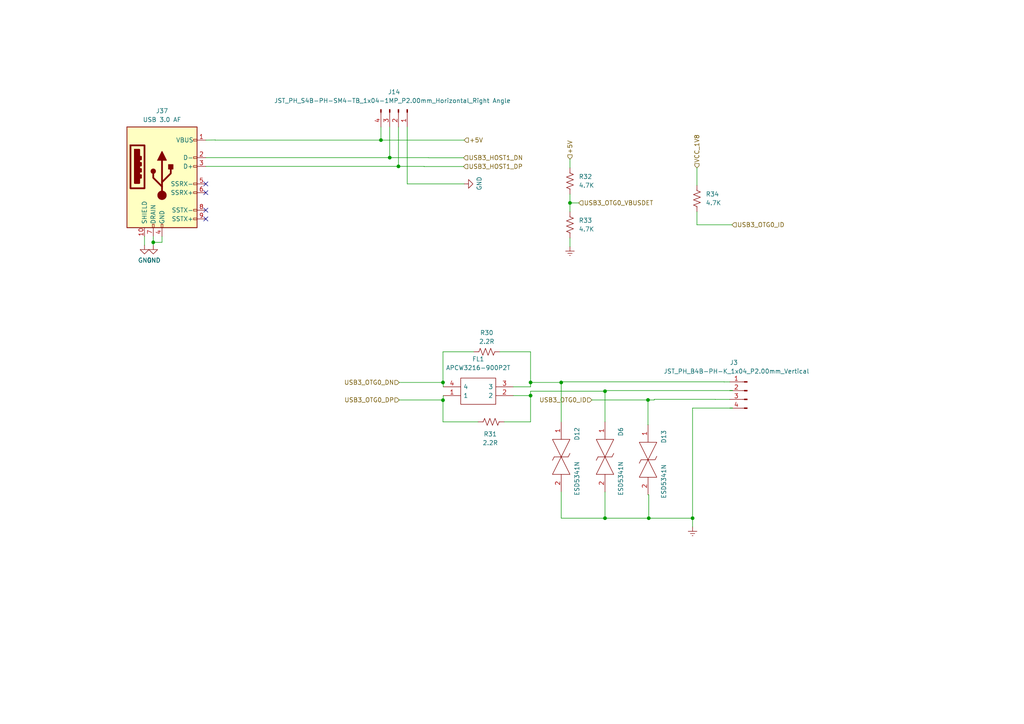
<source format=kicad_sch>
(kicad_sch (version 20231120) (generator "eeschema") (generator_version "8.0")
  (paper "A4")
  (lib_symbols
    (symbol "Connector:Conn_01x04_Pin" (pin_names (offset 1.016) hide)
      (property "Reference" "J" (at 0 5.08 0))
      (property "Value" "Conn_01x04_Pin" (at 0 -7.62 0))
      (symbol "Conn_01x04_Pin_1_1"
        (polyline (pts (xy 1.27 -5.08) (xy 0.8636 -5.08)) (stroke (width 0.1524)))
        (polyline (pts (xy 1.27 -2.54) (xy 0.8636 -2.54)) (stroke (width 0.1524)))
        (polyline (pts (xy 1.27 0) (xy 0.8636 0)) (stroke (width 0.1524)))
        (polyline (pts (xy 1.27 2.54) (xy 0.8636 2.54)) (stroke (width 0.1524)))
        (rectangle (start 0.8636 -4.953) (end 0 -5.207) (stroke (width 0.1524)) (fill (type outline)))
        (rectangle (start 0.8636 -2.413) (end 0 -2.667) (stroke (width 0.1524)) (fill (type outline)))
        (rectangle (start 0.8636 0.127) (end 0 -0.127) (stroke (width 0.1524)) (fill (type outline)))
        (rectangle (start 0.8636 2.667) (end 0 2.413) (stroke (width 0.1524)) (fill (type outline)))
        (pin passive line (at 5.08 2.54 180) (length 3.81) (name "Pin_1") (number "1"))
        (pin passive line (at 5.08 0 180) (length 3.81) (name "Pin_2") (number "2"))
        (pin passive line (at 5.08 -2.54 180) (length 3.81) (name "Pin_3") (number "3"))
        (pin passive line (at 5.08 -5.08 180) (length 3.81) (name "Pin_4") (number "4"))
      )
    )
    (symbol "Connector:USB3_A" (pin_names (offset 1.016))
      (property "Reference" "J" (at -10.16 15.24 0))
      (property "Value" "USB3_A" (at 10.16 15.24 0))
      (symbol "USB3_A_0_0"
        (rectangle (start -9.144 8.636) (end -5.08 -3.81) (stroke (width 0.508)))
        (rectangle (start -7.874 7.366) (end -6.604 -2.286) (stroke (width 0.508)) (fill (type outline)))
        (rectangle (start -6.35 0) (end -6.096 -0.762) (stroke (width 0.508)))
        (rectangle (start -6.35 1.778) (end -6.096 1.016) (stroke (width 0.508)))
        (rectangle (start -6.35 3.556) (end -6.096 2.794) (stroke (width 0.508)))
        (rectangle (start -6.35 5.334) (end -6.096 4.572) (stroke (width 0.508)))
        (rectangle (start -2.794 -15.24) (end -2.286 -14.224))
        (rectangle (start -0.254 -15.24) (end 0.254 -14.224))
        (rectangle (start 10.16 -12.446) (end 9.144 -12.954))
        (rectangle (start 10.16 -9.906) (end 9.144 -10.414))
        (rectangle (start 10.16 -4.826) (end 9.144 -5.334))
        (rectangle (start 10.16 -2.286) (end 9.144 -2.794))
        (rectangle (start 10.16 2.794) (end 9.144 2.286))
        (rectangle (start 10.16 5.334) (end 9.144 4.826))
        (rectangle (start 10.16 10.414) (end 9.144 9.906))
      )
      (symbol "USB3_A_0_1"
        (rectangle (start -10.16 13.97) (end 10.16 -15.24) (stroke (width 0.254)) (fill (type background)))
      )
      (symbol "USB3_A_1_1"
        (circle (center -2.54 1.143) (radius 0.635) (stroke (width 0.254)) (fill (type outline)))
        (circle (center 0 -5.842) (radius 1.27) (fill (type outline)))
        (polyline (pts (xy 0 -5.842) (xy 0 4.318)) (stroke (width 0.508)))
        (polyline (pts (xy 0 -3.302) (xy -2.54 -0.762) (xy -2.54 0.508)) (stroke (width 0.508)))
        (polyline (pts (xy 0 -2.032) (xy 2.54 0.508) (xy 2.54 1.778)) (stroke (width 0.508)))
        (polyline (pts (xy -1.27 4.318) (xy 0 6.858) (xy 1.27 4.318) (xy -1.27 4.318)) (stroke (width 0.254)) (fill (type outline)))
        (rectangle (start 1.905 1.778) (end 3.175 3.048) (stroke (width 0.254)) (fill (type outline)))
        (pin power_in line (at 12.7 10.16 180) (length 2.54) (name "VBUS") (number "1"))
        (pin passive line (at -5.08 -17.78 90) (length 2.54) (name "SHIELD") (number "10"))
        (pin bidirectional line (at 12.7 5.08 180) (length 2.54) (name "D-") (number "2"))
        (pin bidirectional line (at 12.7 2.54 180) (length 2.54) (name "D+") (number "3"))
        (pin power_in line (at 0 -17.78 90) (length 2.54) (name "GND") (number "4"))
        (pin output line (at 12.7 -2.54 180) (length 2.54) (name "SSRX-") (number "5"))
        (pin output line (at 12.7 -5.08 180) (length 2.54) (name "SSRX+") (number "6"))
        (pin passive line (at -2.54 -17.78 90) (length 2.54) (name "DRAIN") (number "7"))
        (pin input line (at 12.7 -10.16 180) (length 2.54) (name "SSTX-") (number "8"))
        (pin input line (at 12.7 -12.7 180) (length 2.54) (name "SSTX+") (number "9"))
      )
    )
    (symbol "DLW31SN900SQ2L:DLW31SN900SQ2L" (pin_names (offset 0.762))
      (property "Reference" "FL" (at 16.51 7.62 0))
      (property "Value" "DLW31SN900SQ2L" (at 16.51 5.08 0))
      (symbol "DLW31SN900SQ2L_0_0"
        (pin passive line (at 0 -2.54 0) (length 5.08) (name "1") (number "1"))
        (pin passive line (at 20.32 -2.54 180) (length 5.08) (name "2") (number "2"))
        (pin passive line (at 20.32 0 180) (length 5.08) (name "3") (number "3"))
        (pin passive line (at 0 0 0) (length 5.08) (name "4") (number "4"))
      )
      (symbol "DLW31SN900SQ2L_0_1"
        (polyline (pts (xy 5.08 2.54) (xy 15.24 2.54) (xy 15.24 -5.08) (xy 5.08 -5.08) (xy 5.08 2.54)) (stroke (width 0.1524)))
      )
    )
    (symbol "Device:R_US" (pin_numbers hide) (pin_names (offset 0))
      (property "Reference" "R" (at 2.54 0 90))
      (property "Value" "R_US" (at -2.54 0 90))
      (symbol "R_US_0_1"
        (polyline (pts (xy 0 -2.286) (xy 0 -2.54)))
        (polyline (pts (xy 0 2.286) (xy 0 2.54)))
        (polyline (pts (xy 0 -0.762) (xy 1.016 -1.143) (xy 0 -1.524) (xy -1.016 -1.905) (xy 0 -2.286)))
        (polyline (pts (xy 0 0.762) (xy 1.016 0.381) (xy 0 0) (xy -1.016 -0.381) (xy 0 -0.762)))
        (polyline (pts (xy 0 2.286) (xy 1.016 1.905) (xy 0 1.524) (xy -1.016 1.143) (xy 0 0.762)))
      )
      (symbol "R_US_1_1"
        (pin passive line (at 0 3.81 270) (length 1.27) (name "~") (number "1"))
        (pin passive line (at 0 -3.81 90) (length 1.27) (name "~") (number "2"))
      )
    )
    (symbol "SP0402B-ULC-01ETG:SP0402B-ULC-01ETG" (pin_names (offset 0.762))
      (property "Reference" "D" (at 12.7 8.89 0))
      (property "Value" "SP0402B-ULC-01ETG" (at 12.7 6.35 0))
      (symbol "SP0402B-ULC-01ETG_0_0"
        (pin passive line (at 0 0 0) (length 5.08) (name "~") (number "1"))
        (pin passive line (at 20.32 0 180) (length 5.08) (name "~") (number "2"))
      )
      (symbol "SP0402B-ULC-01ETG_0_1"
        (polyline (pts (xy 9.144 2.54) (xy 10.16 2.032)) (stroke (width 0.1524)))
        (polyline (pts (xy 10.16 -2.032) (xy 10.16 2.032)) (stroke (width 0.1524)))
        (polyline (pts (xy 10.16 -2.032) (xy 11.176 -2.54)) (stroke (width 0.1524)))
        (polyline (pts (xy 10.16 0) (xy 5.08 -2.54) (xy 5.08 2.54) (xy 10.16 0)) (stroke (width 0.1524)))
        (polyline (pts (xy 10.16 0) (xy 15.24 -2.54) (xy 15.24 2.54) (xy 10.16 0)) (stroke (width 0.1524)))
      )
    )
    (symbol "power:Earth" (power) (pin_names (offset 0))
      (symbol "Earth_0_1"
        (polyline (pts (xy -0.635 -1.905) (xy 0.635 -1.905)))
        (polyline (pts (xy -0.127 -2.54) (xy 0.127 -2.54)))
        (polyline (pts (xy 0 -1.27) (xy 0 0)))
        (polyline (pts (xy 1.27 -1.27) (xy -1.27 -1.27)))
      )
      (symbol "Earth_1_1"
        (pin power_in line (at 0 0 270) (length 0) hide (name "Earth") (number "1"))
      )
    )
    (symbol "power:GND" (power) (pin_names (offset 0))
      (property "Value" "GND" (at 0 -3.81 0))
      (symbol "GND_0_1"
        (polyline (pts (xy 0 0) (xy 0 -1.27) (xy 1.27 -1.27) (xy 0 -2.54) (xy -1.27 -1.27) (xy 0 -1.27)))
      )
      (symbol "GND_1_1"
        (pin power_in line (at 0 0 270) (length 0) hide (name "GND") (number "1"))
      )
    )
  )
  (junction (at 165.3132 58.8557))
  (junction (at 162.7732 110.9257))
  (junction (at 188.1675 150.2957))
  (junction (at 115.57 48.26))
  (junction (at 128.4832 110.9257))
  (junction (at 153.8832 114.7367))
  (junction (at 175.4732 150.2957))
  (junction (at 128.4832 116.0685))
  (junction (at 113.03 45.72))
  (junction (at 200.8732 150.2957))
  (junction (at 187.9431 116.0057))
  (junction (at 153.8832 110.9257))
  (junction (at 110.49 40.64))
  (junction (at 175.4732 113.4657))
  (junction (at 44.45 70.2855))
  (no_connect (at 59.69 53.34))
  (no_connect (at 59.69 63.5))
  (no_connect (at 59.69 60.96))
  (no_connect (at 59.69 55.88))
  (wire (pts (xy 62.406 40.64) (xy 62.406 40.5978)))
  (wire (pts (xy 44.45 71.12) (xy 44.45 70.2855)))
  (wire (pts (xy 189.7619 115.824) (xy 207.4784 115.824)))
  (wire (pts (xy 202.1432 65.2057) (xy 212.3032 65.2057)))
  (wire (pts (xy 212.4585 113.3051) (xy 211.6569 113.3051)))
  (wire (pts (xy 175.4732 150.2957) (xy 188.1675 150.2957)))
  (wire (pts (xy 153.8832 122.3557) (xy 146.2632 122.3557)))
  (wire (pts (xy 128.5532 112.1967) (xy 128.5532 110.9257)))
  (wire (pts (xy 128.5532 110.9257) (xy 128.4832 110.9257)))
  (wire (pts (xy 187.9431 123.19) (xy 187.96 123.19)))
  (wire (pts (xy 128.5532 116.0685) (xy 128.4832 116.0685)))
  (wire (pts (xy 113.03 36.83) (xy 113.03 45.72)))
  (wire (pts (xy 165.3132 56.3157) (xy 165.3132 58.8557)))
  (wire (pts (xy 124.284 45.7622) (xy 134.444 45.7622)))
  (wire (pts (xy 134.62 53.34) (xy 118.11 53.34)))
  (wire (pts (xy 128.5532 114.7367) (xy 128.5532 116.0685)))
  (wire (pts (xy 202.1432 48.6957) (xy 202.1432 53.7757)))
  (wire (pts (xy 212.4585 118.3851) (xy 211.6569 118.3851)))
  (wire (pts (xy 46.99 68.58) (xy 46.99 70.2855)))
  (wire (pts (xy 162.7732 150.2957) (xy 175.4732 150.2957)))
  (wire (pts (xy 207.4784 115.824) (xy 207.4784 115.8451)))
  (wire (pts (xy 115.7832 116.0057) (xy 128.4832 116.0057)))
  (wire (pts (xy 124.284 45.7622) (xy 124.284 45.72)))
  (wire (pts (xy 188.1675 150.2957) (xy 188.1675 143.51)))
  (wire (pts (xy 162.7732 110.744) (xy 162.7732 110.9257)))
  (wire (pts (xy 162.7732 110.744) (xy 210.0184 110.744)))
  (wire (pts (xy 162.7732 150.2957) (xy 162.7732 142.6757)))
  (wire (pts (xy 62.406 40.5978) (xy 59.69 40.64)))
  (wire (pts (xy 123.014 48.26) (xy 115.57 48.26)))
  (wire (pts (xy 175.4732 113.4657) (xy 175.4732 122.3557)))
  (wire (pts (xy 212.4585 118.364) (xy 212.4585 118.3851)))
  (wire (pts (xy 175.4732 113.4657) (xy 153.8832 113.4657)))
  (wire (pts (xy 153.8832 114.7367) (xy 153.8832 122.3557)))
  (wire (pts (xy 138.6432 122.3557) (xy 128.4832 122.3557)))
  (wire (pts (xy 210.0184 110.7651) (xy 211.6569 110.7651)))
  (wire (pts (xy 210.0184 110.744) (xy 210.0184 110.7651)))
  (wire (pts (xy 128.4832 122.3557) (xy 128.4832 116.0685)))
  (wire (pts (xy 202.1432 61.3957) (xy 202.1432 65.2057)))
  (wire (pts (xy 137.3732 102.0357) (xy 128.4832 102.0357)))
  (wire (pts (xy 124.284 45.72) (xy 113.03 45.72)))
  (wire (pts (xy 128.4832 102.0357) (xy 128.4832 110.9257)))
  (wire (pts (xy 162.7732 110.9257) (xy 162.7732 122.3557)))
  (wire (pts (xy 165.3132 69.0157) (xy 165.3132 71.5557)))
  (wire (pts (xy 113.03 45.72) (xy 59.69 45.72)))
  (wire (pts (xy 62.406 40.64) (xy 110.49 40.64)))
  (wire (pts (xy 128.4832 116.0685) (xy 128.4832 116.0057)))
  (wire (pts (xy 200.8732 118.364) (xy 212.4585 118.364)))
  (wire (pts (xy 188.1675 143.51) (xy 187.96 143.51)))
  (wire (pts (xy 148.8732 112.1967) (xy 153.8832 112.1967)))
  (wire (pts (xy 123.014 48.3022) (xy 123.014 48.26)))
  (wire (pts (xy 123.014 48.3022) (xy 134.444 48.3022)))
  (wire (pts (xy 46.99 70.2855) (xy 44.45 70.2855)))
  (wire (pts (xy 200.8732 150.2957) (xy 200.8732 152.8357)))
  (wire (pts (xy 187.9431 116.0057) (xy 187.9431 123.19)))
  (wire (pts (xy 189.7619 116.0057) (xy 187.9431 116.0057)))
  (wire (pts (xy 175.4732 113.284) (xy 175.4732 113.4657)))
  (wire (pts (xy 144.9932 102.0357) (xy 153.8832 102.0357)))
  (wire (pts (xy 115.57 48.26) (xy 59.69 48.26)))
  (wire (pts (xy 188.1675 150.2957) (xy 200.8732 150.2957)))
  (wire (pts (xy 165.3132 58.8557) (xy 165.3132 61.3957)))
  (wire (pts (xy 207.4784 115.8451) (xy 211.6569 115.8451)))
  (wire (pts (xy 115.57 36.83) (xy 115.57 48.26)))
  (wire (pts (xy 200.8732 118.364) (xy 200.8732 150.2957)))
  (wire (pts (xy 175.4732 150.2957) (xy 175.4732 142.6757)))
  (wire (pts (xy 110.49 40.64) (xy 134.62 40.64)))
  (wire (pts (xy 167.8532 58.8557) (xy 165.3132 58.8557)))
  (wire (pts (xy 171.6632 116.0057) (xy 187.9431 116.0057)))
  (wire (pts (xy 148.8732 114.7367) (xy 153.8832 114.7367)))
  (wire (pts (xy 110.49 36.83) (xy 110.49 40.64)))
  (wire (pts (xy 118.11 53.34) (xy 118.11 36.83)))
  (wire (pts (xy 175.4732 113.284) (xy 212.4585 113.284)))
  (wire (pts (xy 153.8832 112.1967) (xy 153.8832 110.9257)))
  (wire (pts (xy 153.8832 102.0357) (xy 153.8832 110.9257)))
  (wire (pts (xy 153.8832 113.4657) (xy 153.8832 114.7367)))
  (wire (pts (xy 44.45 70.2855) (xy 44.45 68.58)))
  (wire (pts (xy 153.8832 110.9257) (xy 162.7732 110.9257)))
  (wire (pts (xy 212.4585 113.284) (xy 212.4585 113.3051)))
  (wire (pts (xy 189.7619 115.824) (xy 189.7619 116.0057)))
  (wire (pts (xy 115.7832 110.9257) (xy 128.4832 110.9257)))
  (wire (pts (xy 41.91 71.12) (xy 41.91 68.58)))
  (wire (pts (xy 165.3132 46.1557) (xy 165.3132 48.6957)))
  (hierarchical_label "VCC_1V8" (shape input) (at 202.1432 48.6957 90))
  (hierarchical_label "USB3_OTG0_ID" (shape input) (at 212.3032 65.2057 0))
  (hierarchical_label "USB3_HOST1_DP" (shape input) (at 134.444 48.3022 0))
  (hierarchical_label "USB3_HOST1_DN" (shape input) (at 134.444 45.7622 0))
  (hierarchical_label "+5V" (shape input) (at 165.3132 46.1557 90))
  (hierarchical_label "USB3_OTG0_ID" (shape input) (at 171.6632 116.0057 180))
  (hierarchical_label "USB3_OTG0_DP" (shape input) (at 115.7832 116.0057 180))
  (hierarchical_label "USB3_OTG0_VBUSDET" (shape input) (at 167.8532 58.8557 0))
  (hierarchical_label "+5V" (shape input) (at 134.62 40.64 0))
  (hierarchical_label "USB3_OTG0_DN" (shape input) (at 115.7832 110.9257 180))
  (symbol (lib_id "power:GND") (at 134.62 53.34 90) (unit 1)
    (property "Reference" "#PWR0233" (effects (hide yes)))
    (property "Value" "GND" (at 139.0142 53.213 0))
  )
  (symbol (lib_id "SP0402B-ULC-01ETG:SP0402B-ULC-01ETG") (at 175.4732 122.3557 270) (unit 1)
    (property "Reference" "D6" (at 180.0452 123.8797 0) (effects (justify left)))
    (property "Value" "ESD5341N" (at 180.0452 133.7857 0) (effects (justify left)))
    (property "Footprint" "ESD5341N:ESD5341N" (effects (hide yes)))
    (property "Datasheet" "https://www.mouser.com/datasheet/2/240/Littelfuse_TVS_Diode_Array_Ultra_Low_Capacitance_D-1021420.pdf" (effects (hide yes)))
    (property "Description" "ESD Suppressors / TVS Diodes 5V .13pF 20kV" (effects (hide yes)))
    (property "Manufacturer_Name" "LITTELFUSE" (effects (hide yes)))
    (property "Manufacturer_Part_Number" "SP0402B-ULC-01ETG" (effects (hide yes)))
    (property "Mouser Part Number" "576-SP0402BULC-01ETG" (effects (hide yes)))
    (property "Mouser Price/Stock" "https://www.mouser.co.uk/ProductDetail/Littelfuse/SP0402B-ULC-01ETG?qs=lM4gFlnEeENx4cnTNlk34g%3D%3D" (effects (hide yes)))
    (property "Arrow Part Number" "SP0402B-ULC-01ETG" (effects (hide yes)))
    (property "Arrow Price/Stock" "https://www.arrow.com/en/products/sp0402b-ulc-01etg/littelfuse?region=nac" (effects (hide yes)))
    (property "MPN" "ESD5341N" (effects (hide yes)))
  )
  (symbol (lib_id "power:Earth") (at 200.8732 152.8357 0) (unit 1)
    (property "Reference" "#PWR073" (effects (hide yes)))
    (property "Value" "Earth" (effects (hide yes)))
    (property "Description" "Power symbol creates a global label with name \"Earth\"" (effects (hide yes)))
  )
  (symbol (lib_id "SP0402B-ULC-01ETG:SP0402B-ULC-01ETG") (at 187.96 123.19 270) (unit 1)
    (property "Reference" "D13" (at 192.532 124.714 0) (effects (justify left)))
    (property "Value" "ESD5341N" (at 192.532 134.62 0) (effects (justify left)))
    (property "Footprint" "ESD5341N:ESD5341N" (effects (hide yes)))
    (property "Datasheet" "https://www.mouser.com/datasheet/2/240/Littelfuse_TVS_Diode_Array_Ultra_Low_Capacitance_D-1021420.pdf" (effects (hide yes)))
    (property "Description" "ESD Suppressors / TVS Diodes 5V .13pF 20kV" (effects (hide yes)))
    (property "Manufacturer_Name" "LITTELFUSE" (effects (hide yes)))
    (property "Manufacturer_Part_Number" "SP0402B-ULC-01ETG" (effects (hide yes)))
    (property "Mouser Part Number" "576-SP0402BULC-01ETG" (effects (hide yes)))
    (property "Mouser Price/Stock" "https://www.mouser.co.uk/ProductDetail/Littelfuse/SP0402B-ULC-01ETG?qs=lM4gFlnEeENx4cnTNlk34g%3D%3D" (effects (hide yes)))
    (property "Arrow Part Number" "SP0402B-ULC-01ETG" (effects (hide yes)))
    (property "Arrow Price/Stock" "https://www.arrow.com/en/products/sp0402b-ulc-01etg/littelfuse?region=nac" (effects (hide yes)))
    (property "MPN" "ESD5341N" (effects (hide yes)))
  )
  (symbol (lib_id "power:GND") (at 41.91 71.12 0) (unit 1)
    (property "Reference" "#PWR0144" (effects (hide yes)))
    (property "Value" "GND" (at 42.037 75.5142 0))
  )
  (symbol (lib_id "power:GND") (at 44.45 71.12 0) (unit 1)
    (property "Reference" "#PWR0223" (effects (hide yes)))
    (property "Value" "GND" (at 44.577 75.5142 0))
  )
  (symbol (lib_id "Device:R_US") (at 142.4532 122.3557 90) (unit 1)
    (property "Reference" "R31" (at 142.1992 125.9117 90))
    (property "Value" "2.2R" (at 142.1992 128.4517 90))
    (property "Footprint" "Resistor_SMD:R_0402_1005Metric" (effects (hide yes)))
    (property "Description" "Resistor, US symbol" (effects (hide yes)))
    (property "MPN" "0402WGF220KTCE" (effects (hide yes)))
  )
  (symbol (lib_id "Device:R_US") (at 202.1432 57.5857 0) (unit 1)
    (property "Reference" "R34" (at 204.6832 56.3156 0) (effects (justify left)))
    (property "Value" "4.7K" (at 204.6832 58.8556 0) (effects (justify left)))
    (property "Footprint" "Resistor_SMD:R_0603_1608Metric" (effects (hide yes)))
    (property "Description" "Resistor, US symbol" (effects (hide yes)))
    (property "MPN" "0603WAF4701T5E" (effects (hide yes)))
  )
  (symbol (lib_id "Device:R_US") (at 165.3132 65.2057 0) (unit 1)
    (property "Reference" "R33" (at 167.8532 63.9356 0) (effects (justify left)))
    (property "Value" "4.7K" (at 167.8532 66.4756 0) (effects (justify left)))
    (property "Footprint" "Resistor_SMD:R_0603_1608Metric" (effects (hide yes)))
    (property "Description" "Resistor, US symbol" (effects (hide yes)))
    (property "MPN" "0603WAF4701T5E" (effects (hide yes)))
  )
  (symbol (lib_id "Connector:USB3_A") (at 46.99 50.8 0) (unit 1)
    (property "Reference" "J37" (at 46.99 32.1733 0))
    (property "Value" "USB 3.0 AF" (at 46.99 34.7133 0))
    (property "Footprint" "footprint:CP-USB-3015" (effects (hide yes)))
    (property "Description" "USB 3.0 A connector" (effects (hide yes)))
    (property "MPN" "USB3.0 侧插" (effects (hide yes)))
  )
  (symbol (lib_id "DLW31SN900SQ2L:DLW31SN900SQ2L") (at 128.5532 112.1967 0) (unit 1)
    (property "Reference" "FL1" (at 138.7132 104.14 0))
    (property "Value" "APCW3216-900P2T" (at 138.7132 106.68 0))
    (property "Footprint" "DLW31SN900SQ2L:DLW31SH222SQ2L" (effects (hide yes)))
    (property "Datasheet" "https://www.murata.com/en-us/products/productdetail?partno=DLW31SN900SQ2%23" (effects (hide yes)))
    (property "Description" "Common mode choke SMD 1206 370mA 90R Murata DLW31S Series Wire-wound SMD Inductor +/-25% Wire-Wound 370mA Idc" (effects (hide yes)))
    (property "Height" "2.1" (effects (hide yes)))
    (property "Manufacturer_Name" "Murata Electronics" (effects (hide yes)))
    (property "Manufacturer_Part_Number" "DLW31SN900SQ2L" (effects (hide yes)))
    (property "Mouser Part Number" "81-DLW31SN900SQ2L" (effects (hide yes)))
    (property "Mouser Price/Stock" "https://www.mouser.co.uk/ProductDetail/Murata-Electronics/DLW31SN900SQ2L?qs=MvDi5e8ZjmVQKH%2F%2FPPGwmg%3D%3D" (effects (hide yes)))
    (property "Arrow Part Number" "DLW31SN900SQ2L" (effects (hide yes)))
    (property "Arrow Price/Stock" "https://www.arrow.com/en/products/dlw31sn900sq2l/murata-manufacturing?region=nac" (effects (hide yes)))
    (property "MPN" "APCW3216-900P2T" (effects (hide yes)))
  )
  (symbol (lib_id "SP0402B-ULC-01ETG:SP0402B-ULC-01ETG") (at 162.7732 122.3557 270) (unit 1)
    (property "Reference" "D12" (at 167.3452 123.8797 0) (effects (justify left)))
    (property "Value" "ESD5341N" (at 167.3452 133.7857 0) (effects (justify left)))
    (property "Footprint" "ESD5341N:ESD5341N" (effects (hide yes)))
    (property "Datasheet" "https://www.mouser.com/datasheet/2/240/Littelfuse_TVS_Diode_Array_Ultra_Low_Capacitance_D-1021420.pdf" (effects (hide yes)))
    (property "Description" "ESD Suppressors / TVS Diodes 5V .13pF 20kV" (effects (hide yes)))
    (property "Manufacturer_Name" "LITTELFUSE" (effects (hide yes)))
    (property "Manufacturer_Part_Number" "SP0402B-ULC-01ETG" (effects (hide yes)))
    (property "Mouser Part Number" "576-SP0402BULC-01ETG" (effects (hide yes)))
    (property "Mouser Price/Stock" "https://www.mouser.co.uk/ProductDetail/Littelfuse/SP0402B-ULC-01ETG?qs=lM4gFlnEeENx4cnTNlk34g%3D%3D" (effects (hide yes)))
    (property "Arrow Part Number" "SP0402B-ULC-01ETG" (effects (hide yes)))
    (property "Arrow Price/Stock" "https://www.arrow.com/en/products/sp0402b-ulc-01etg/littelfuse?region=nac" (effects (hide yes)))
    (property "MPN" "ESD5341N" (effects (hide yes)))
  )
  (symbol (lib_id "power:Earth") (at 165.3132 71.5557 0) (unit 1)
    (property "Reference" "#PWR072" (effects (hide yes)))
    (property "Value" "Earth" (effects (hide yes)))
    (property "Description" "Power symbol creates a global label with name \"Earth\"" (effects (hide yes)))
  )
  (symbol (lib_id "Device:R_US") (at 165.3132 52.5057 0) (unit 1)
    (property "Reference" "R32" (at 167.8532 51.2356 0) (effects (justify left)))
    (property "Value" "4.7K" (at 167.8532 53.7756 0) (effects (justify left)))
    (property "Footprint" "Resistor_SMD:R_0603_1608Metric" (effects (hide yes)))
    (property "Description" "Resistor, US symbol" (effects (hide yes)))
    (property "MPN" "0603WAF4701T5E" (effects (hide yes)))
  )
  (symbol (lib_id "Connector:Conn_01x04_Pin") (at 115.57 31.75 270) (unit 1)
    (property "Reference" "J14" (at 114.3 26.67 90))
    (property "Value" "JST_PH_S4B-PH-SM4-TB_1x04-1MP_P2.00mm_Horizontal_Right Angle " (at 114.3 29.21 90))
    (property "Footprint" "Connector_JST:JST_PH_S4B-PH-SM4-TB_1x04-1MP_P2.00mm_Horizontal" (effects (hide yes)))
    (property "Description" "Generic connector, single row, 01x04, script generated" (effects (hide yes)))
  )
  (symbol (lib_id "Device:R_US") (at 141.1832 102.0357 90) (unit 1)
    (property "Reference" "R30" (at 141.1832 96.52 90))
    (property "Value" "2.2R" (at 141.1832 99.06 90))
    (property "Footprint" "Resistor_SMD:R_0402_1005Metric" (effects (hide yes)))
    (property "Description" "Resistor, US symbol" (effects (hide yes)))
    (property "MPN" "0402WGF220KTCE" (effects (hide yes)))
  )
  (symbol (lib_id "Connector:Conn_01x04_Pin") (at 216.7369 113.3051 0) (mirror y) (unit 1)
    (property "Reference" "J3" (at 212.852 105.156 0))
    (property "Value" "JST_PH_B4B-PH-K_1x04_P2.00mm_Vertical" (at 213.614 107.696 0))
    (property "Footprint" "Connector_JST:JST_PH_B4B-PH-K_1x04_P2.00mm_Vertical" (effects (hide yes)))
    (property "Description" "Generic connector, single row, 01x04, script generated" (effects (hide yes)))
  )
)
</source>
